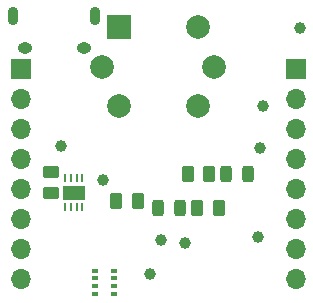
<source format=gbr>
%TF.GenerationSoftware,KiCad,Pcbnew,6.0.4-6f826c9f35~116~ubuntu20.04.1*%
%TF.CreationDate,2022-04-08T13:22:16+02:00*%
%TF.ProjectId,BACKUP_PROJECT,4241434b-5550-45f5-9052-4f4a4543542e,rev?*%
%TF.SameCoordinates,Original*%
%TF.FileFunction,Soldermask,Top*%
%TF.FilePolarity,Negative*%
%FSLAX46Y46*%
G04 Gerber Fmt 4.6, Leading zero omitted, Abs format (unit mm)*
G04 Created by KiCad (PCBNEW 6.0.4-6f826c9f35~116~ubuntu20.04.1) date 2022-04-08 13:22:16*
%MOMM*%
%LPD*%
G01*
G04 APERTURE LIST*
G04 Aperture macros list*
%AMRoundRect*
0 Rectangle with rounded corners*
0 $1 Rounding radius*
0 $2 $3 $4 $5 $6 $7 $8 $9 X,Y pos of 4 corners*
0 Add a 4 corners polygon primitive as box body*
4,1,4,$2,$3,$4,$5,$6,$7,$8,$9,$2,$3,0*
0 Add four circle primitives for the rounded corners*
1,1,$1+$1,$2,$3*
1,1,$1+$1,$4,$5*
1,1,$1+$1,$6,$7*
1,1,$1+$1,$8,$9*
0 Add four rect primitives between the rounded corners*
20,1,$1+$1,$2,$3,$4,$5,0*
20,1,$1+$1,$4,$5,$6,$7,0*
20,1,$1+$1,$6,$7,$8,$9,0*
20,1,$1+$1,$8,$9,$2,$3,0*%
G04 Aperture macros list end*
%ADD10C,1.000000*%
%ADD11RoundRect,0.243750X-0.243750X-0.456250X0.243750X-0.456250X0.243750X0.456250X-0.243750X0.456250X0*%
%ADD12R,1.700000X1.700000*%
%ADD13O,1.700000X1.700000*%
%ADD14R,0.500000X0.350000*%
%ADD15RoundRect,0.250000X0.262500X0.450000X-0.262500X0.450000X-0.262500X-0.450000X0.262500X-0.450000X0*%
%ADD16R,0.254000X0.762000*%
%ADD17R,1.905000X1.193800*%
%ADD18RoundRect,0.250000X-0.262500X-0.450000X0.262500X-0.450000X0.262500X0.450000X-0.262500X0.450000X0*%
%ADD19RoundRect,0.250000X0.450000X-0.262500X0.450000X0.262500X-0.450000X0.262500X-0.450000X-0.262500X0*%
%ADD20R,2.000000X2.000000*%
%ADD21C,2.000000*%
%ADD22RoundRect,0.243750X0.243750X0.456250X-0.243750X0.456250X-0.243750X-0.456250X0.243750X-0.456250X0*%
%ADD23O,1.250000X0.950000*%
%ADD24O,0.890000X1.550000*%
G04 APERTURE END LIST*
D10*
%TO.C,TP9*%
X150164800Y-79197200D03*
%TD*%
%TO.C,TP6*%
X140868400Y-89865200D03*
%TD*%
%TO.C,TP8*%
X150393400Y-75641200D03*
%TD*%
D11*
%TO.C,D2*%
X147246100Y-81381600D03*
X149121100Y-81381600D03*
%TD*%
D12*
%TO.C,J1*%
X129946000Y-72517000D03*
D13*
X129946000Y-75057000D03*
X129946000Y-77597000D03*
X129946000Y-80137000D03*
X129946000Y-82677000D03*
X129946000Y-85217000D03*
X129946000Y-87757000D03*
X129946000Y-90297000D03*
%TD*%
D10*
%TO.C,TP2*%
X136880600Y-81940400D03*
%TD*%
D14*
%TO.C,U8*%
X137807600Y-89601400D03*
X137807600Y-90251400D03*
X137807600Y-90901400D03*
X137807600Y-91551400D03*
X136207600Y-91551400D03*
X136207600Y-90901400D03*
X136207600Y-90251400D03*
X136207600Y-89601400D03*
%TD*%
D10*
%TO.C,TP1*%
X133324600Y-79044800D03*
%TD*%
D15*
%TO.C,R7*%
X145846800Y-81381600D03*
X144021800Y-81381600D03*
%TD*%
D16*
%TO.C,U5*%
X135116001Y-81788000D03*
X134616000Y-81788000D03*
X134116000Y-81788000D03*
X133615999Y-81788000D03*
X133615999Y-84226400D03*
X134116000Y-84226400D03*
X134616000Y-84226400D03*
X135116001Y-84226400D03*
D17*
X134366000Y-83007200D03*
%TD*%
D18*
%TO.C,R2*%
X137976600Y-83718400D03*
X139801600Y-83718400D03*
%TD*%
%TO.C,R5*%
X144832700Y-84277200D03*
X146657700Y-84277200D03*
%TD*%
D10*
%TO.C,TP4*%
X143789400Y-87299800D03*
%TD*%
D12*
%TO.C,J2*%
X153162000Y-72517000D03*
D13*
X153162000Y-75057000D03*
X153162000Y-77597000D03*
X153162000Y-80137000D03*
X153162000Y-82677000D03*
X153162000Y-85217000D03*
X153162000Y-87757000D03*
X153162000Y-90297000D03*
%TD*%
D10*
%TO.C,TP10*%
X153543000Y-69062600D03*
%TD*%
%TO.C,TP5*%
X141782800Y-87020400D03*
%TD*%
D19*
%TO.C,R3*%
X132435600Y-83054200D03*
X132435600Y-81229200D03*
%TD*%
D20*
%TO.C,U6*%
X138176000Y-68961000D03*
D21*
X136786000Y-72321000D03*
X138176000Y-75681000D03*
X144896000Y-75681000D03*
X146286000Y-72321000D03*
X144896000Y-68961000D03*
%TD*%
D22*
%TO.C,D1*%
X143357600Y-84277200D03*
X141482600Y-84277200D03*
%TD*%
D10*
%TO.C,TP3*%
X150012400Y-86791800D03*
%TD*%
D23*
%TO.C,J3*%
X130215000Y-70742000D03*
D24*
X136215000Y-68042000D03*
D23*
X135215000Y-70742000D03*
D24*
X129215000Y-68042000D03*
%TD*%
M02*

</source>
